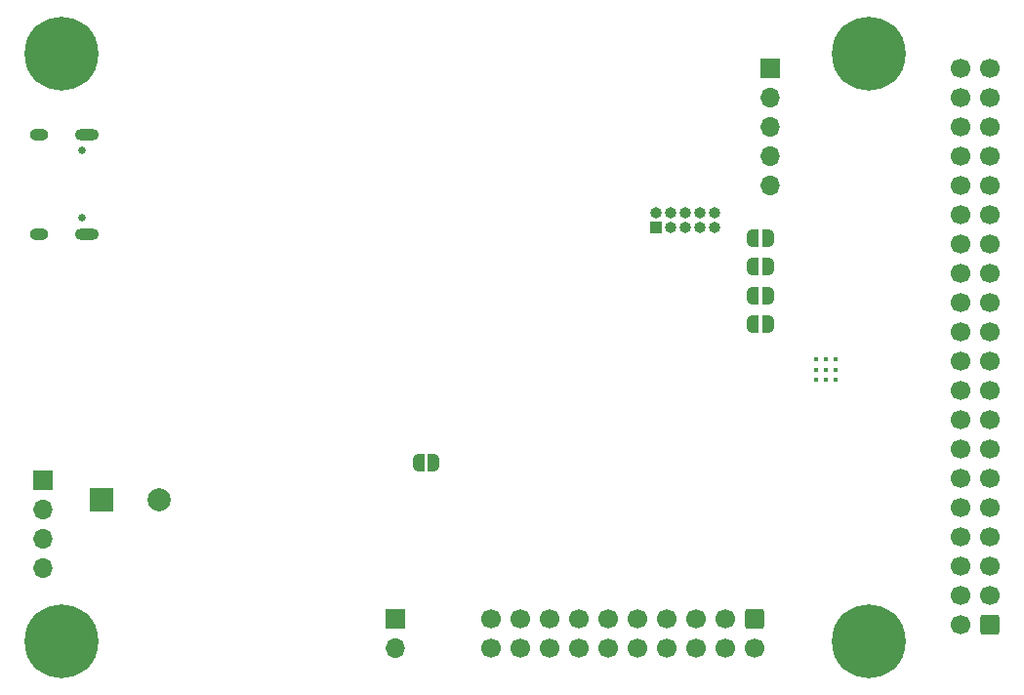
<source format=gbr>
%TF.GenerationSoftware,KiCad,Pcbnew,8.0.4-1.fc40*%
%TF.CreationDate,2024-09-05T19:31:20+01:00*%
%TF.ProjectId,better-lamp-controller,62657474-6572-42d6-9c61-6d702d636f6e,rev?*%
%TF.SameCoordinates,Original*%
%TF.FileFunction,Soldermask,Bot*%
%TF.FilePolarity,Negative*%
%FSLAX46Y46*%
G04 Gerber Fmt 4.6, Leading zero omitted, Abs format (unit mm)*
G04 Created by KiCad (PCBNEW 8.0.4-1.fc40) date 2024-09-05 19:31:20*
%MOMM*%
%LPD*%
G01*
G04 APERTURE LIST*
G04 Aperture macros list*
%AMRoundRect*
0 Rectangle with rounded corners*
0 $1 Rounding radius*
0 $2 $3 $4 $5 $6 $7 $8 $9 X,Y pos of 4 corners*
0 Add a 4 corners polygon primitive as box body*
4,1,4,$2,$3,$4,$5,$6,$7,$8,$9,$2,$3,0*
0 Add four circle primitives for the rounded corners*
1,1,$1+$1,$2,$3*
1,1,$1+$1,$4,$5*
1,1,$1+$1,$6,$7*
1,1,$1+$1,$8,$9*
0 Add four rect primitives between the rounded corners*
20,1,$1+$1,$2,$3,$4,$5,0*
20,1,$1+$1,$4,$5,$6,$7,0*
20,1,$1+$1,$6,$7,$8,$9,0*
20,1,$1+$1,$8,$9,$2,$3,0*%
%AMFreePoly0*
4,1,19,0.500000,-0.750000,0.000000,-0.750000,0.000000,-0.744911,-0.071157,-0.744911,-0.207708,-0.704816,-0.327430,-0.627875,-0.420627,-0.520320,-0.479746,-0.390866,-0.500000,-0.250000,-0.500000,0.250000,-0.479746,0.390866,-0.420627,0.520320,-0.327430,0.627875,-0.207708,0.704816,-0.071157,0.744911,0.000000,0.744911,0.000000,0.750000,0.500000,0.750000,0.500000,-0.750000,0.500000,-0.750000,
$1*%
%AMFreePoly1*
4,1,19,0.000000,0.744911,0.071157,0.744911,0.207708,0.704816,0.327430,0.627875,0.420627,0.520320,0.479746,0.390866,0.500000,0.250000,0.500000,-0.250000,0.479746,-0.390866,0.420627,-0.520320,0.327430,-0.627875,0.207708,-0.704816,0.071157,-0.744911,0.000000,-0.744911,0.000000,-0.750000,-0.500000,-0.750000,-0.500000,0.750000,0.000000,0.750000,0.000000,0.744911,0.000000,0.744911,
$1*%
G04 Aperture macros list end*
%ADD10RoundRect,0.250000X0.600000X0.600000X-0.600000X0.600000X-0.600000X-0.600000X0.600000X-0.600000X0*%
%ADD11C,1.700000*%
%ADD12R,1.700000X1.700000*%
%ADD13O,1.700000X1.700000*%
%ADD14R,2.000000X2.000000*%
%ADD15C,2.000000*%
%ADD16RoundRect,0.250000X-0.600000X0.600000X-0.600000X-0.600000X0.600000X-0.600000X0.600000X0.600000X0*%
%ADD17C,0.437500*%
%ADD18C,6.400000*%
%ADD19C,0.650000*%
%ADD20O,2.100000X1.000000*%
%ADD21O,1.600000X1.000000*%
%ADD22R,1.000000X1.000000*%
%ADD23O,1.000000X1.000000*%
%ADD24FreePoly0,0.000000*%
%ADD25FreePoly1,0.000000*%
%ADD26FreePoly0,180.000000*%
%ADD27FreePoly1,180.000000*%
G04 APERTURE END LIST*
D10*
%TO.C,J1*%
X160540000Y-125500000D03*
D11*
X158000000Y-125500000D03*
X160540000Y-122960000D03*
X158000000Y-122960000D03*
X160540000Y-120420000D03*
X158000000Y-120420000D03*
X160540000Y-117880000D03*
X158000000Y-117880000D03*
X160540000Y-115340000D03*
X158000000Y-115340000D03*
X160540000Y-112800000D03*
X158000000Y-112800000D03*
X160540000Y-110260000D03*
X158000000Y-110260000D03*
X160540000Y-107720000D03*
X158000000Y-107720000D03*
X160540000Y-105180000D03*
X158000000Y-105180000D03*
X160540000Y-102640000D03*
X158000000Y-102640000D03*
X160540000Y-100100000D03*
X158000000Y-100100000D03*
X160540000Y-97560000D03*
X158000000Y-97560000D03*
X160540000Y-95020000D03*
X158000000Y-95020000D03*
X160540000Y-92480000D03*
X158000000Y-92480000D03*
X160540000Y-89940000D03*
X158000000Y-89940000D03*
X160540000Y-87400000D03*
X158000000Y-87400000D03*
X160540000Y-84860000D03*
X158000000Y-84860000D03*
X160540000Y-82320000D03*
X158000000Y-82320000D03*
X160540000Y-79780000D03*
X158000000Y-79780000D03*
X160540000Y-77240000D03*
X158000000Y-77240000D03*
%TD*%
D12*
%TO.C,J6*%
X109000000Y-125000000D03*
D13*
X109000000Y-127540000D03*
%TD*%
D14*
%TO.C,C13*%
X83500000Y-114700000D03*
D15*
X88500000Y-114700000D03*
%TD*%
D16*
%TO.C,J4*%
X140120000Y-125000000D03*
D11*
X140120000Y-127540000D03*
X137580000Y-125000000D03*
X137580000Y-127540000D03*
X135040000Y-125000000D03*
X135040000Y-127540000D03*
X132500000Y-125000000D03*
X132500000Y-127540000D03*
X129960000Y-125000000D03*
X129960000Y-127540000D03*
X127420000Y-125000000D03*
X127420000Y-127540000D03*
X124880000Y-125000000D03*
X124880000Y-127540000D03*
X122340000Y-125000000D03*
X122340000Y-127540000D03*
X119800000Y-125000000D03*
X119800000Y-127540000D03*
X117260000Y-125000000D03*
X117260000Y-127540000D03*
%TD*%
D12*
%TO.C,J7*%
X78400000Y-112980000D03*
D13*
X78400000Y-115520000D03*
X78400000Y-118060000D03*
X78400000Y-120600000D03*
%TD*%
D17*
%TO.C,U1*%
X145425000Y-104275000D03*
X146300000Y-104275000D03*
X147175000Y-104275000D03*
X145425000Y-103400000D03*
X146300000Y-103400000D03*
X147175000Y-103400000D03*
X145425000Y-102525000D03*
X146300000Y-102525000D03*
X147175000Y-102525000D03*
%TD*%
D18*
%TO.C,H3*%
X80000000Y-127000000D03*
%TD*%
%TO.C,H1*%
X150000000Y-76000000D03*
%TD*%
%TO.C,H4*%
X80000000Y-76000000D03*
%TD*%
D12*
%TO.C,J5*%
X141500000Y-77252500D03*
D13*
X141500000Y-79792500D03*
X141500000Y-82332500D03*
X141500000Y-84872500D03*
X141500000Y-87412500D03*
%TD*%
D19*
%TO.C,J3*%
X81760000Y-84430000D03*
X81760000Y-90210000D03*
D20*
X82260000Y-83000000D03*
D21*
X78080000Y-83000000D03*
D20*
X82260000Y-91640000D03*
D21*
X78080000Y-91640000D03*
%TD*%
D22*
%TO.C,J9*%
X131620000Y-91100000D03*
D23*
X131620000Y-89830000D03*
X132890000Y-91100000D03*
X132890000Y-89830000D03*
X134160000Y-91100000D03*
X134160000Y-89830000D03*
X135430000Y-91100000D03*
X135430000Y-89830000D03*
X136700000Y-91100000D03*
X136700000Y-89830000D03*
%TD*%
D18*
%TO.C,H2*%
X150000000Y-127000000D03*
%TD*%
D24*
%TO.C,JP5*%
X140000000Y-99500000D03*
D25*
X141300000Y-99500000D03*
%TD*%
D26*
%TO.C,JP1*%
X112300000Y-111475000D03*
D27*
X111000000Y-111475000D03*
%TD*%
D24*
%TO.C,JP2*%
X140000000Y-97000000D03*
D25*
X141300000Y-97000000D03*
%TD*%
D24*
%TO.C,JP3*%
X140000000Y-94500000D03*
D25*
X141300000Y-94500000D03*
%TD*%
D24*
%TO.C,JP4*%
X140000000Y-92000000D03*
D25*
X141300000Y-92000000D03*
%TD*%
M02*

</source>
